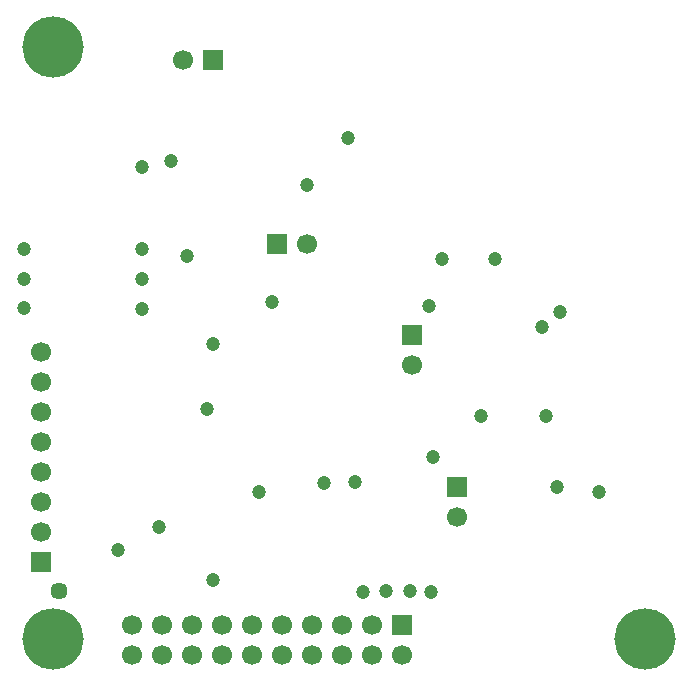
<source format=gbs>
G04 Layer_Color=16711935*
%FSLAX24Y24*%
%MOIN*%
G70*
G01*
G75*
%ADD49R,0.0669X0.0669*%
%ADD50C,0.0669*%
%ADD51R,0.0669X0.0669*%
%ADD52C,0.0571*%
%ADD53C,0.0472*%
%ADD54C,0.2047*%
D49*
X8843Y14528D02*
D03*
X6709Y20669D02*
D03*
X12992Y1827D02*
D03*
D50*
X9843Y14528D02*
D03*
X5709Y20669D02*
D03*
X14843Y5457D02*
D03*
X13346Y10496D02*
D03*
X12992Y827D02*
D03*
X11992Y1827D02*
D03*
Y827D02*
D03*
X10992Y1827D02*
D03*
Y827D02*
D03*
X9992Y1827D02*
D03*
Y827D02*
D03*
X8992Y1827D02*
D03*
Y827D02*
D03*
X7992Y1827D02*
D03*
Y827D02*
D03*
X6992Y1827D02*
D03*
Y827D02*
D03*
X5992Y1827D02*
D03*
Y827D02*
D03*
X4992Y1827D02*
D03*
Y827D02*
D03*
X3992Y1827D02*
D03*
Y827D02*
D03*
X984Y4937D02*
D03*
Y5937D02*
D03*
Y6937D02*
D03*
Y7937D02*
D03*
Y8937D02*
D03*
Y9937D02*
D03*
Y10937D02*
D03*
D51*
X14843Y6457D02*
D03*
X13346Y11496D02*
D03*
X984Y3937D02*
D03*
D52*
X1575Y2992D02*
D03*
D53*
X11693Y2953D02*
D03*
X8661Y12598D02*
D03*
X19567Y6260D02*
D03*
X18189Y6457D02*
D03*
X14055Y7441D02*
D03*
X18268Y12283D02*
D03*
X17683Y11778D02*
D03*
X13918Y12480D02*
D03*
X9843Y16496D02*
D03*
X5315Y17323D02*
D03*
X4331Y17126D02*
D03*
Y13386D02*
D03*
Y12386D02*
D03*
X394Y12402D02*
D03*
X11220Y18071D02*
D03*
X14331Y14055D02*
D03*
X16102D02*
D03*
X17795Y8819D02*
D03*
X15630D02*
D03*
X6496Y9055D02*
D03*
X6693Y11220D02*
D03*
X3543Y4331D02*
D03*
X4921Y5118D02*
D03*
X394Y14370D02*
D03*
Y13386D02*
D03*
X11457Y6614D02*
D03*
X10394Y6575D02*
D03*
X8228Y6260D02*
D03*
X6693Y3348D02*
D03*
X13976Y2953D02*
D03*
X13268Y2992D02*
D03*
X12480D02*
D03*
X5827Y14134D02*
D03*
X4331Y14370D02*
D03*
D54*
X1378Y1378D02*
D03*
Y21102D02*
D03*
X21102Y1378D02*
D03*
M02*

</source>
